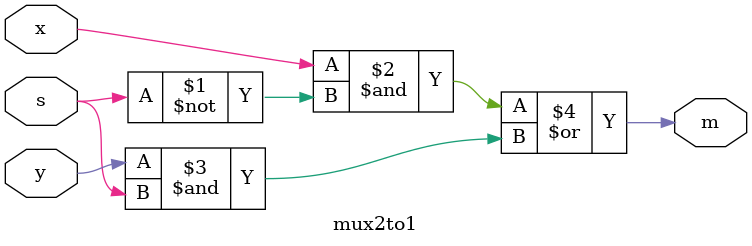
<source format=v>
`timescale 1ns / 1ns // `timescale time_unit/time_precision

module shifter(SW,KEY,LEDR);

    //GUIDE: SW[7:0] LoadVal
    // SW[9] Reset
    //KEY[0] Clock
    // KEY[1] Load_n
    // KEY[2] Shift Right
    // KEY[3] ASR
    input [9:0] SW;
    input [3:0] KEY;
    output [7:0] LEDR;
    wire s1,s2,s3,s4,s5,s6,s7,s8,special;

    // Create the Logic of ASR to either make a sign extension or load zeros
    // which is just a 2-to1 mux
    mux2to1 ASR(
        .x(1'b0),
        .y(s1),
        .s(KEY[3]),
        .m(special)
    );
    // Instantiate 8 modules of ShiftBit
    shiftbit first(
        .in(special),
        .load_v(SW[0]),
        .load_n(KEY[1]),
        .clock(KEY[0]),
        .reset_n(SW[9]),
        .shift(KEY[2]),
        .out(s1)
    );
assign LEDR[0] = s1;
    shiftbit second(
        .in(s1),
        .load_v(SW[1]),
        .load_n(KEY[1]),
        .clock(KEY[0]),
        .reset_n(SW[9]),
        .shift(KEY[2]),
        .out(s2)
    );
assign LEDR[1] = s2;
    shiftbit third(
        .in(s2),
        .load_v(SW[2]),
        .load_n(KEY[1]),
        .clock(KEY[0]),
        .reset_n(SW[9]),
        .shift(KEY[2]),
        .out(s3)
    );
assign LEDR[2] = s3;
    shiftbit fourth(
        .in(s3),
        .load_v(SW[3]),
        .load_n(KEY[1]),
        .clock(KEY[0]),
        .reset_n(SW[9]),
        .shift(KEY[2]),
        .out(s4)
    );
assign LEDR[3] = s4;
    shiftbit fifth(
        .in(s4),
        .load_v(SW[4]),
        .load_n(KEY[1]),
        .clock(KEY[0]),
        .reset_n(SW[9]),
        .shift(KEY[2]),
        .out(s5)
    );
assign LEDR[4] = s5;
    shiftbit sixth(
        .in(s5),
        .load_v(SW[5]),
        .load_n(KEY[1]),
        .clock(KEY[0]),
        .reset_n(SW[9]),
        .shift(KEY[2]),
        .out(s6)
    );
assign LEDR[5] = s6;
    shiftbit seventh(
        .in(s6),
        .load_v(SW[6]),
        .load_n(KEY[1]),
        .clock(KEY[0]),
        .reset_n(SW[9]),
        .shift(KEY[2]),
        .out(s7)
    );
assign LEDR[6] = s7;
    shiftbit eigth(
        .in(s7),
        .load_v(SW[7]),
        .load_n(KEY[1]),
        .clock(KEY[0]),
        .reset_n(SW[9]),
        .shift(KEY[2]),
        .out(s8)
    );
assign LEDR[7] = s8;



endmodule

module shiftbit(in,load_v,load_n, clock, reset_n, shift,out);
    // we will need three wires
    input in,load_v, load_n, clock, reset_n, shift;
    output out;
    wire c1,c2,c3;

    mux2to1 firstMux(
        .x(c1),
        .y(in),
        .s(shift),
        .m(c2)
    );
    mux2to1 secondMux(
        .x(load_val),
        .y(c2),
        .s(load_n),
        .m(c3)
    );

    dpositiveflipflop flip1(
        .clock(clock),
        .reset(reset_n),
        .d(c3),
        .q(c1)
    );
assign out = c1;
endmodule
module dpositiveflipflop(clock, reset,d,q);
    input clock;
    input reset;
    input d;
    output q;
    reg q;
    always@(posedge clock)
        begin
        if (reset == 1'b0)
            q<=0;
        else
            q<=d;
        end
endmodule

module mux2to1(x,y,s,m);
    input  x,y,s;
    output m;
    assign m = x &~s | y &s;
endmodule
</source>
